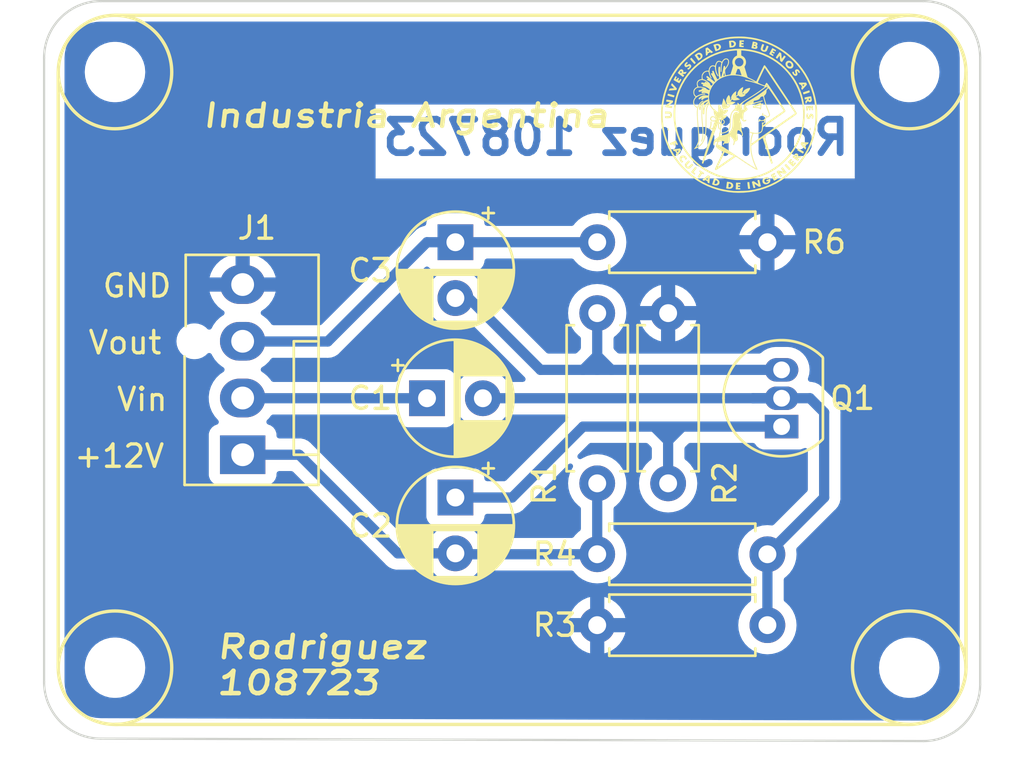
<source format=kicad_pcb>
(kicad_pcb (version 20221018) (generator pcbnew)
  (layers (0 "F.Cu" signal) (31 "B.Cu" signal) (34 "B.Paste" user) (35 "F.Paste" user) (36 "B.SilkS" user "B.Silkscreen") (37 "F.SilkS" user "F.Silkscreen") (38 "B.Mask" user) (39 "F.Mask" user) (44 "Edge.Cuts" user))
  (net 0 "")
  (net 1 "/Vb")
  (net 2 "/Signal_in")
  (net 3 "+12V")
  (net 4 "Vout")
  (net 5 "/Vc")
  (net 6 "GND")
  (net 7 "/Ve")
  (footprint "Resistor_THT:R_Axial_DIN0207_L6.3mm_D2.5mm_P7.62mm_Horizontal" (layer "F.Cu") (at 94.615 66.675)
    (fp_text reference "R6" (at 10.16 0) (layer "F.SilkS"))
    (fp_text value "100")
    (pad "1" thru_hole circle (at 0 0) (size 1.6 1.6) (drill 0.8) (layers "*.Cu" "*.Mask") (net 4 "Vout"))
    (pad "2" thru_hole oval (at 7.62 0) (size 1.6 1.6) (drill 0.8) (layers "*.Cu" "*.Mask") (net 6 "GND"))
  )
  (footprint "Resistor_THT:R_Axial_DIN0207_L6.3mm_D2.5mm_P7.62mm_Horizontal" (layer "F.Cu") (at 102.235 83.82 180)
    (fp_text reference "R3" (at 9.525 0) (layer "F.SilkS"))
    (fp_text value "1k")
    (pad "1" thru_hole circle (at 0 0 180) (size 1.6 1.6) (drill 0.8) (layers "*.Cu" "*.Mask") (net 1 "/Vb"))
    (pad "2" thru_hole oval (at 7.62 0 180) (size 1.6 1.6) (drill 0.8) (layers "*.Cu" "*.Mask") (net 6 "GND"))
  )
  (footprint "Capacitor_THT:CP_Radial_D5.0mm_P2.50mm" (layer "F.Cu") (at 88.265 66.675 -90)
    (fp_text reference "C3" (at 1.27 3.81 -180) (layer "F.SilkS"))
    (fp_text value "1u")
    (pad "1" thru_hole rect (at 0 0 270) (size 1.6 1.6) (drill 0.8) (layers "*.Cu" "*.Mask") (net 4 "Vout"))
    (pad "2" thru_hole circle (at 2.5 0 270) (size 1.6 1.6) (drill 0.8) (layers "*.Cu" "*.Mask") (net 5 "/Vc"))
  )
  (footprint "Capacitor_THT:CP_Radial_D5.0mm_P2.50mm" (layer "F.Cu") (at 88.265 78.105 -90)
    (fp_text reference "C2" (at 1.27 3.81) (layer "F.SilkS"))
    (fp_text value "1m")
    (pad "1" thru_hole rect (at 0 0 270) (size 1.6 1.6) (drill 0.8) (layers "*.Cu" "*.Mask") (net 7 "/Ve"))
    (pad "2" thru_hole circle (at 2.5 0 270) (size 1.6 1.6) (drill 0.8) (layers "*.Cu" "*.Mask") (net 3 "+12V"))
  )
  (footprint "MountingHole:MountingHole_2.2mm_M2" (layer "F.Cu") (at 108.585 59.055)
    (fp_text reference "H2" hide)
    (fp_text value "MountingHole")
    (pad "" np_thru_hole circle (at 0 0) (size 2.2 2.2) (drill 2.2) (layers "*.Cu" "*.Mask"))
  )
  (footprint "Package_TO_SOT_THT:TO-92_Inline" (layer "F.Cu") (at 102.87 74.93 90)
    (fp_text reference "Q1" (at 1.27 3.175 180) (layer "F.SilkS"))
    (fp_text value "2N3904")
    (pad "1" thru_hole rect (at 0 0 90) (size 1.05 1.5) (drill 0.75) (layers "*.Cu" "*.Mask") (net 7 "/Ve"))
    (pad "2" thru_hole oval (at 1.27 0 90) (size 1.05 1.5) (drill 0.75) (layers "*.Cu" "*.Mask") (net 1 "/Vb"))
    (pad "3" thru_hole oval (at 2.54 0 90) (size 1.05 1.5) (drill 0.75) (layers "*.Cu" "*.Mask") (net 5 "/Vc"))
  )
  (footprint "Capacitor_THT:CP_Radial_D5.0mm_P2.50mm" (layer "F.Cu") (at 86.995 73.66)
    (fp_text reference "C1" (at -2.54 0) (layer "F.SilkS"))
    (fp_text value "1u")
    (pad "1" thru_hole rect (at 0 0) (size 1.6 1.6) (drill 0.8) (layers "*.Cu" "*.Mask") (net 2 "/Signal_in"))
    (pad "2" thru_hole circle (at 2.5 0) (size 1.6 1.6) (drill 0.8) (layers "*.Cu" "*.Mask") (net 1 "/Vb"))
  )
  (footprint "Resistor_THT:R_Axial_DIN0207_L6.3mm_D2.5mm_P7.62mm_Horizontal" (layer "F.Cu") (at 97.79 77.47 90)
    (fp_text reference "R2" (at 0 2.54 90) (layer "F.SilkS"))
    (fp_text value "400")
    (pad "1" thru_hole circle (at 0 0 90) (size 1.6 1.6) (drill 0.8) (layers "*.Cu" "*.Mask") (net 7 "/Ve"))
    (pad "2" thru_hole oval (at 7.62 0 90) (size 1.6 1.6) (drill 0.8) (layers "*.Cu" "*.Mask") (net 6 "GND"))
  )
  (footprint "MountingHole:MountingHole_2.2mm_M2" (layer "F.Cu") (at 108.585 85.725)
    (fp_text reference "H4" hide)
    (fp_text value "MountingHole")
    (pad "" np_thru_hole circle (at 0 0) (size 2.2 2.2) (drill 2.2) (layers "*.Cu" "*.Mask"))
  )
  (footprint "Resistor_THT:R_Axial_DIN0207_L6.3mm_D2.5mm_P7.62mm_Horizontal" (layer "F.Cu") (at 94.615 77.47 90)
    (fp_text reference "R1" (at 0 -2.37 90) (layer "F.SilkS"))
    (fp_text value "600")
    (pad "1" thru_hole circle (at 0 0 90) (size 1.6 1.6) (drill 0.8) (layers "*.Cu" "*.Mask") (net 3 "+12V"))
    (pad "2" thru_hole oval (at 7.62 0 90) (size 1.6 1.6) (drill 0.8) (layers "*.Cu" "*.Mask") (net 5 "/Vc"))
  )
  (footprint "MountingHole:MountingHole_2.2mm_M2" (layer "F.Cu") (at 73.025 59.055)
    (fp_text reference "H1" hide)
    (fp_text value "MountingHole")
    (pad "" np_thru_hole circle (at 0 0) (size 2.2 2.2) (drill 2.2) (layers "*.Cu" "*.Mask"))
  )
  (footprint "Connector:FanPinHeader_1x04_P2.54mm_Vertical" (layer "F.Cu") (at 78.74 76.19 90)
    (fp_text reference "J1" (at 10.15 0.635 180) (layer "F.SilkS"))
    (fp_text value "Molex")
    (pad "" np_thru_hole circle (at 5.08 -2.16 180) (size 1.1 1.1) (drill 1.1) (layers "*.Cu" "*.Mask"))
    (pad "1" thru_hole rect (at 0 0 180) (size 2.03 1.73) (drill 1.02) (layers "*.Cu" "*.Mask") (net 3 "+12V"))
    (pad "2" thru_hole oval (at 2.54 0 180) (size 2.03 1.73) (drill 1.02) (layers "*.Cu" "*.Mask") (net 2 "/Signal_in"))
    (pad "3" thru_hole oval (at 5.08 0 180) (size 2.03 1.73) (drill 1.02) (layers "*.Cu" "*.Mask") (net 4 "Vout"))
    (pad "4" thru_hole oval (at 7.62 0 180) (size 2.03 1.73) (drill 1.02) (layers "*.Cu" "*.Mask") (net 6 "GND"))
  )
  (footprint "LOGO" (layer "F.Cu") (at 100.965 60.96)
    (fp_text reference "G***" hide)
    (fp_text value "LOGO" hide)
  )
  (footprint "Resistor_THT:R_Axial_DIN0207_L6.3mm_D2.5mm_P7.62mm_Horizontal" (layer "F.Cu") (at 94.615 80.645)
    (fp_text reference "R4" (at -1.905 0) (layer "F.SilkS"))
    (fp_text value "3k")
    (pad "1" thru_hole circle (at 0 0) (size 1.6 1.6) (drill 0.8) (layers "*.Cu" "*.Mask") (net 3 "+12V"))
    (pad "2" thru_hole oval (at 7.62 0) (size 1.6 1.6) (drill 0.8) (layers "*.Cu" "*.Mask") (net 1 "/Vb"))
  )
  (footprint "MountingHole:MountingHole_2.2mm_M2" (layer "F.Cu") (at 73.025 85.725)
    (fp_text reference "H3" hide)
    (fp_text value "MountingHole")
    (pad "" np_thru_hole circle (at 0 0) (size 2.2 2.2) (drill 2.2) (layers "*.Cu" "*.Mask"))
  )
  (gr_line (start 73.025 56.515) (end 108.585 56.515) (stroke (width 0.15)) (layer "F.SilkS"))
  (gr_line (start 108.585 88.265) (end 73.025 88.265) (stroke (width 0.15)) (layer "F.SilkS"))
  (gr_circle (center 73.025 85.725) (end 75.565 85.725) (stroke (width 0.15)) (fill none) (layer "F.SilkS"))
  (gr_circle (center 108.585 59.055) (end 111.125 59.055) (stroke (width 0.15)) (fill none) (layer "F.SilkS"))
  (gr_circle (center 73.025 59.055) (end 75.565 59.055) (stroke (width 0.15)) (fill none) (layer "F.SilkS"))
  (gr_line (start 111.125 59.055) (end 111.125 85.725) (stroke (width 0.15)) (layer "F.SilkS"))
  (gr_line (start 70.485 85.725) (end 70.485 59.055) (stroke (width 0.15)) (layer "F.SilkS"))
  (gr_circle (center 108.585 85.725) (end 111.125 85.725) (stroke (width 0.15)) (fill none) (layer "F.SilkS"))
  (gr_arc (start 72.39 88.9) (mid 70.593949 88.156051) (end 69.85 86.36) (stroke (width 0.1)) (layer "Edge.Cuts"))
  (gr_arc (start 109.22 55.88) (mid 111.016051 56.623949) (end 111.76 58.42) (stroke (width 0.1)) (layer "Edge.Cuts"))
  (gr_arc (start 111.76 86.468949) (mid 111.016051 88.265) (end 109.22 89.008949) (stroke (width 0.1)) (layer "Edge.Cuts"))
  (gr_arc (start 69.85 58.42) (mid 70.593949 56.623949) (end 72.39 55.88) (stroke (width 0.1)) (layer "Edge.Cuts"))
  (gr_line (start 69.85 86.36) (end 69.85 58.42) (stroke (width 0.1)) (layer "Edge.Cuts"))
  (gr_line (start 72.39 55.88) (end 109.22 55.88) (stroke (width 0.1)) (layer "Edge.Cuts"))
  (gr_line (start 109.22 89.008949) (end 72.39 88.9) (stroke (width 0.1)) (layer "Edge.Cuts"))
  (gr_line (start 111.76 58.42) (end 111.76 86.468949) (stroke (width 0.1)) (layer "Edge.Cuts"))
  (gr_text "Rodriguez 108723" (at 106.045 62.865) (layer "B.Cu") (effects (font (size 1.5 1.5) (thickness 0.3) bold) (justify left bottom mirror)))
  (gr_text "Rodriguez \n108723" (at 77.47 86.995) (layer "F.SilkS") (effects (font (size 1 1.27) (thickness 0.2032) bold italic) (justify left bottom)))
  (gr_text "Industria Argentina" (at 76.835 61.595) (layer "F.SilkS") (effects (font (size 1 1.27) (thickness 0.2032) bold italic) (justify left bottom)))
  (gr_text "+12V" (at 71.12 76.835) (layer "F.SilkS") (effects (font (size 1 1)) (justify left bottom)))
  (gr_text "Vout" (at 71.755 71.755) (layer "F.SilkS") (effects (font (size 1 1)) (justify left bottom)))
  (gr_text "GND" (at 72.39 69.215) (layer "F.SilkS") (effects (font (size 1 1)) (justify left bottom)))
  (gr_text "Vin" (at 73.025 74.295) (layer "F.SilkS") (effects (font (size 1 1)) (justify left bottom)))
  (segment (start 101.6 73.66) (end 102.235 73.66) (width 0.4572) (layer "B.Cu") (net 1))
  (segment (start 89.495 73.66) (end 101.6 73.66) (width 0.4572) (layer "B.Cu") (net 1))
  (segment (start 102.235 83.82) (end 102.235 80.645) (width 0.4572) (layer "B.Cu") (net 1))
  (segment (start 101.6 73.66) (end 102.87 73.66) (width 0.4572) (layer "B.Cu") (net 1))
  (segment (start 104.775 74.295) (end 104.14 73.66) (width 0.4572) (layer "B.Cu") (net 1))
  (segment (start 102.235 80.645) (end 104.775 78.105) (width 0.4572) (layer "B.Cu") (net 1))
  (segment (start 104.775 78.105) (end 104.775 74.295) (width 0.4572) (layer "B.Cu") (net 1))
  (segment (start 102.235 73.66) (end 104.14 73.66) (width 0.4572) (layer "B.Cu") (net 1))
  (segment (start 78.105 73.65) (end 78.115 73.66) (width 0.4572) (layer "B.Cu") (net 2))
  (segment (start 78.115 73.66) (end 86.995 73.66) (width 0.4572) (layer "B.Cu") (net 2))
  (segment (start 78.105 76.19) (end 81.27 76.19) (width 0.4572) (layer "B.Cu") (net 3))
  (segment (start 94.615 77.47) (end 94.615 80.645) (width 0.4572) (layer "B.Cu") (net 3))
  (segment (start 88.305 80.645) (end 94.615 80.645) (width 0.4572) (layer "B.Cu") (net 3))
  (segment (start 81.27 76.19) (end 85.685 80.605) (width 0.4572) (layer "B.Cu") (net 3))
  (segment (start 85.685 80.605) (end 88.265 80.605) (width 0.4572) (layer "B.Cu") (net 3))
  (segment (start 88.265 80.605) (end 88.305 80.645) (width 0.4572) (layer "B.Cu") (net 3))
  (segment (start 82.55 71.12) (end 86.995 66.675) (width 0.4572) (layer "B.Cu") (net 4))
  (segment (start 78.105 71.12) (end 82.55 71.12) (width 0.4572) (layer "B.Cu") (net 4))
  (segment (start 86.995 66.675) (end 94.615 66.675) (width 0.4572) (layer "B.Cu") (net 4))
  (segment (start 94.615 71.755) (end 95.25 72.39) (width 0.4572) (layer "B.Cu") (net 5))
  (segment (start 93.98 72.39) (end 94.615 71.755) (width 0.4572) (layer "B.Cu") (net 5))
  (segment (start 95.25 72.39) (end 102.87 72.39) (width 0.4572) (layer "B.Cu") (net 5))
  (segment (start 94.615 71.755) (end 94.615 72.39) (width 0.4572) (layer "B.Cu") (net 5))
  (segment (start 93.98 72.39) (end 94.615 72.39) (width 0.4572) (layer "B.Cu") (net 5))
  (segment (start 88.265 69.175) (end 88.86 69.175) (width 0.4572) (layer "B.Cu") (net 5))
  (segment (start 92.075 72.39) (end 93.98 72.39) (width 0.4572) (layer "B.Cu") (net 5))
  (segment (start 94.615 69.85) (end 94.615 71.755) (width 0.4572) (layer "B.Cu") (net 5))
  (segment (start 88.86 69.175) (end 92.075 72.39) (width 0.4572) (layer "B.Cu") (net 5))
  (segment (start 94.615 72.39) (end 95.25 72.39) (width 0.4572) (layer "B.Cu") (net 5))
  (segment (start 88.265 78.105) (end 90.805 78.105) (width 0.4572) (layer "B.Cu") (net 7))
  (segment (start 97.79 75.565) (end 98.425 74.93) (width 0.4572) (layer "B.Cu") (net 7))
  (segment (start 97.79 75.565) (end 97.79 74.93) (width 0.4572) (layer "B.Cu") (net 7))
  (segment (start 97.155 74.93) (end 97.79 74.93) (width 0.4572) (layer "B.Cu") (net 7))
  (segment (start 90.805 78.105) (end 93.98 74.93) (width 0.4572) (layer "B.Cu") (net 7))
  (segment (start 98.425 74.93) (end 102.87 74.93) (width 0.4572) (layer "B.Cu") (net 7))
  (segment (start 97.79 74.93) (end 98.425 74.93) (width 0.4572) (layer "B.Cu") (net 7))
  (segment (start 93.98 74.93) (end 97.155 74.93) (width 0.4572) (layer "B.Cu") (net 7))
  (segment (start 97.79 75.565) (end 97.155 74.93) (width 0.4572) (layer "B.Cu") (net 7))
  (segment (start 97.79 77.47) (end 97.79 75.565) (width 0.4572) (layer "B.Cu") (net 7))
  (zone (net 6) (net_name "GND") (layer "B.Cu") (connect_pads (clearance 0.5)) (min_thickness 0.25) (fill yes (thermal_gap 0.5) (thermal_bridge_width 0.635) (smoothing fillet) (island_removal_mode 1) (island_area_min 9.999999))
    (polygon (pts (xy 69.85 55.88) (xy 112.395 55.88) (xy 112.395 88.9) (xy 69.85 88.9)))
  )
)
</source>
